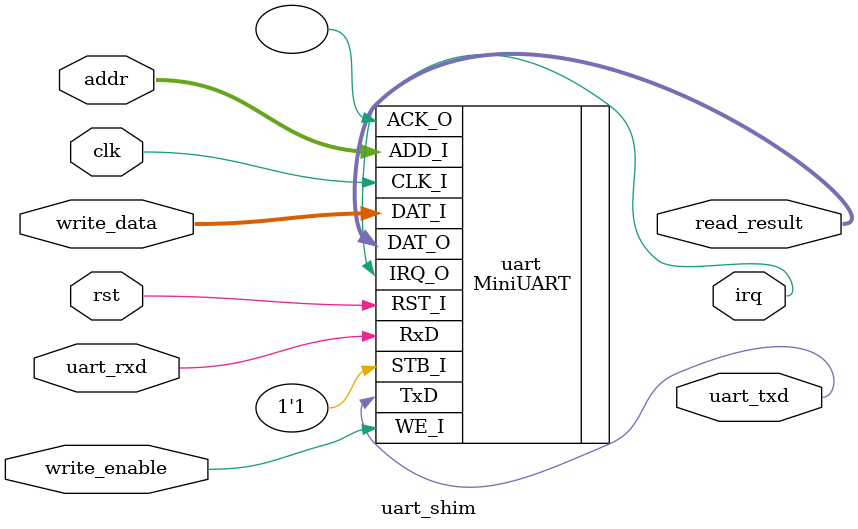
<source format=v>
module uart_shim(
	input clk, 
	input rst, 

	input [2:0] addr, 
	input write_enable, 
	input [31:0] write_data, 
	output [31:0] read_result, 
	output irq, 

	input uart_rxd, 
	output uart_txd
);

MiniUART uart(
	.CLK_I(clk), 
	.RST_I(rst), 

	.ADD_I(addr[2:0]), 
	.STB_I(1'b1), 
	.WE_I(write_enable), 
	.DAT_I(write_data), 
	.DAT_O(read_result), 
	.IRQ_O(irq), 

	/* unused */
	.ACK_O(), 
	
	.RxD(uart_rxd), 
	.TxD(uart_txd)
);

endmodule


</source>
